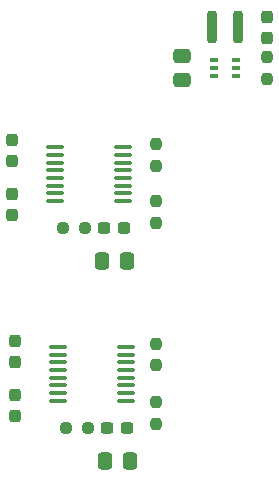
<source format=gbr>
G04 #@! TF.GenerationSoftware,KiCad,Pcbnew,7.0.6*
G04 #@! TF.CreationDate,2023-08-11T00:36:40+02:00*
G04 #@! TF.ProjectId,ADS868_Test,41445338-3638-45f5-9465-73742e6b6963,rev?*
G04 #@! TF.SameCoordinates,Original*
G04 #@! TF.FileFunction,Paste,Top*
G04 #@! TF.FilePolarity,Positive*
%FSLAX46Y46*%
G04 Gerber Fmt 4.6, Leading zero omitted, Abs format (unit mm)*
G04 Created by KiCad (PCBNEW 7.0.6) date 2023-08-11 00:36:40*
%MOMM*%
%LPD*%
G01*
G04 APERTURE LIST*
G04 Aperture macros list*
%AMRoundRect*
0 Rectangle with rounded corners*
0 $1 Rounding radius*
0 $2 $3 $4 $5 $6 $7 $8 $9 X,Y pos of 4 corners*
0 Add a 4 corners polygon primitive as box body*
4,1,4,$2,$3,$4,$5,$6,$7,$8,$9,$2,$3,0*
0 Add four circle primitives for the rounded corners*
1,1,$1+$1,$2,$3*
1,1,$1+$1,$4,$5*
1,1,$1+$1,$6,$7*
1,1,$1+$1,$8,$9*
0 Add four rect primitives between the rounded corners*
20,1,$1+$1,$2,$3,$4,$5,0*
20,1,$1+$1,$4,$5,$6,$7,0*
20,1,$1+$1,$6,$7,$8,$9,0*
20,1,$1+$1,$8,$9,$2,$3,0*%
G04 Aperture macros list end*
%ADD10RoundRect,0.200000X0.200000X1.150000X-0.200000X1.150000X-0.200000X-1.150000X0.200000X-1.150000X0*%
%ADD11RoundRect,0.237500X-0.300000X-0.237500X0.300000X-0.237500X0.300000X0.237500X-0.300000X0.237500X0*%
%ADD12RoundRect,0.250000X-0.475000X0.337500X-0.475000X-0.337500X0.475000X-0.337500X0.475000X0.337500X0*%
%ADD13RoundRect,0.237500X-0.237500X0.300000X-0.237500X-0.300000X0.237500X-0.300000X0.237500X0.300000X0*%
%ADD14RoundRect,0.237500X0.237500X-0.250000X0.237500X0.250000X-0.237500X0.250000X-0.237500X-0.250000X0*%
%ADD15RoundRect,0.237500X-0.237500X0.250000X-0.237500X-0.250000X0.237500X-0.250000X0.237500X0.250000X0*%
%ADD16RoundRect,0.250000X-0.337500X-0.475000X0.337500X-0.475000X0.337500X0.475000X-0.337500X0.475000X0*%
%ADD17RoundRect,0.100000X-0.637500X-0.100000X0.637500X-0.100000X0.637500X0.100000X-0.637500X0.100000X0*%
%ADD18R,0.650000X0.400000*%
%ADD19RoundRect,0.237500X0.237500X-0.300000X0.237500X0.300000X-0.237500X0.300000X-0.237500X-0.300000X0*%
%ADD20RoundRect,0.237500X-0.250000X-0.237500X0.250000X-0.237500X0.250000X0.237500X-0.250000X0.237500X0*%
G04 APERTURE END LIST*
D10*
G04 #@! TO.C,L101*
X134069000Y-53086000D03*
X131869000Y-53086000D03*
G04 #@! TD*
D11*
G04 #@! TO.C,C105*
X122708500Y-70104000D03*
X124433500Y-70104000D03*
G04 #@! TD*
D12*
G04 #@! TO.C,C110*
X129286000Y-55477500D03*
X129286000Y-57552500D03*
G04 #@! TD*
D13*
G04 #@! TO.C,C102*
X115189000Y-84227500D03*
X115189000Y-85952500D03*
G04 #@! TD*
D14*
G04 #@! TO.C,R104*
X127127000Y-86637500D03*
X127127000Y-84812500D03*
G04 #@! TD*
D13*
G04 #@! TO.C,C104*
X115189000Y-79655500D03*
X115189000Y-81380500D03*
G04 #@! TD*
D15*
G04 #@! TO.C,R105*
X127127000Y-62968500D03*
X127127000Y-64793500D03*
G04 #@! TD*
D13*
G04 #@! TO.C,C103*
X114935000Y-62637500D03*
X114935000Y-64362500D03*
G04 #@! TD*
D14*
G04 #@! TO.C,R103*
X127127000Y-69619500D03*
X127127000Y-67794500D03*
G04 #@! TD*
D16*
G04 #@! TO.C,C106*
X122533500Y-72898000D03*
X124608500Y-72898000D03*
G04 #@! TD*
D17*
G04 #@! TO.C,U101*
X118549500Y-63225000D03*
X118549500Y-63875000D03*
X118549500Y-64525000D03*
X118549500Y-65175000D03*
X118549500Y-65825000D03*
X118549500Y-66475000D03*
X118549500Y-67125000D03*
X118549500Y-67775000D03*
X124274500Y-67775000D03*
X124274500Y-67125000D03*
X124274500Y-66475000D03*
X124274500Y-65825000D03*
X124274500Y-65175000D03*
X124274500Y-64525000D03*
X124274500Y-63875000D03*
X124274500Y-63225000D03*
G04 #@! TD*
D16*
G04 #@! TO.C,C108*
X122787500Y-89789000D03*
X124862500Y-89789000D03*
G04 #@! TD*
D18*
G04 #@! TO.C,U103*
X133919000Y-57165000D03*
X133919000Y-56515000D03*
X133919000Y-55865000D03*
X132019000Y-55865000D03*
X132019000Y-56515000D03*
X132019000Y-57165000D03*
G04 #@! TD*
D19*
G04 #@! TO.C,C109*
X136525000Y-53948500D03*
X136525000Y-52223500D03*
G04 #@! TD*
D15*
G04 #@! TO.C,R107*
X136525000Y-55602500D03*
X136525000Y-57427500D03*
G04 #@! TD*
D17*
G04 #@! TO.C,U102*
X118803500Y-80148000D03*
X118803500Y-80798000D03*
X118803500Y-81448000D03*
X118803500Y-82098000D03*
X118803500Y-82748000D03*
X118803500Y-83398000D03*
X118803500Y-84048000D03*
X118803500Y-84698000D03*
X124528500Y-84698000D03*
X124528500Y-84048000D03*
X124528500Y-83398000D03*
X124528500Y-82748000D03*
X124528500Y-82098000D03*
X124528500Y-81448000D03*
X124528500Y-80798000D03*
X124528500Y-80148000D03*
G04 #@! TD*
D13*
G04 #@! TO.C,C101*
X114935000Y-67209500D03*
X114935000Y-68934500D03*
G04 #@! TD*
D20*
G04 #@! TO.C,R102*
X119483500Y-86995000D03*
X121308500Y-86995000D03*
G04 #@! TD*
D11*
G04 #@! TO.C,C107*
X122962500Y-86995000D03*
X124687500Y-86995000D03*
G04 #@! TD*
D15*
G04 #@! TO.C,R106*
X127127000Y-79859500D03*
X127127000Y-81684500D03*
G04 #@! TD*
D20*
G04 #@! TO.C,R101*
X119229500Y-70104000D03*
X121054500Y-70104000D03*
G04 #@! TD*
M02*

</source>
